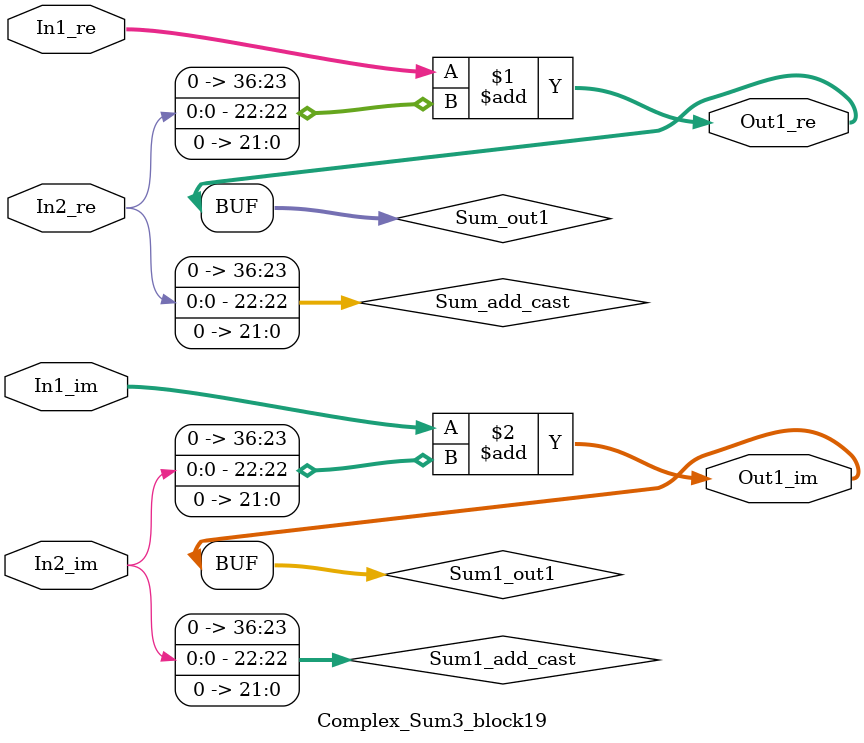
<source format=v>



`timescale 1 ns / 1 ns

module Complex_Sum3_block19
          (In1_re,
           In1_im,
           In2_re,
           In2_im,
           Out1_re,
           Out1_im);


  input   signed [36:0] In1_re;  // sfix37_En22
  input   signed [36:0] In1_im;  // sfix37_En22
  input   In2_re;  // ufix1
  input   In2_im;  // ufix1
  output  signed [36:0] Out1_re;  // sfix37_En22
  output  signed [36:0] Out1_im;  // sfix37_En22


  wire signed [36:0] Sum_add_cast;  // sfix37_En22
  wire signed [36:0] Sum_out1;  // sfix37_En22
  wire signed [36:0] Sum1_add_cast;  // sfix37_En22
  wire signed [36:0] Sum1_out1;  // sfix37_En22


  assign Sum_add_cast = {14'b0, {In2_re, 22'b0000000000000000000000}};
  assign Sum_out1 = In1_re + Sum_add_cast;



  assign Out1_re = Sum_out1;

  assign Sum1_add_cast = {14'b0, {In2_im, 22'b0000000000000000000000}};
  assign Sum1_out1 = In1_im + Sum1_add_cast;



  assign Out1_im = Sum1_out1;

endmodule  // Complex_Sum3_block19


</source>
